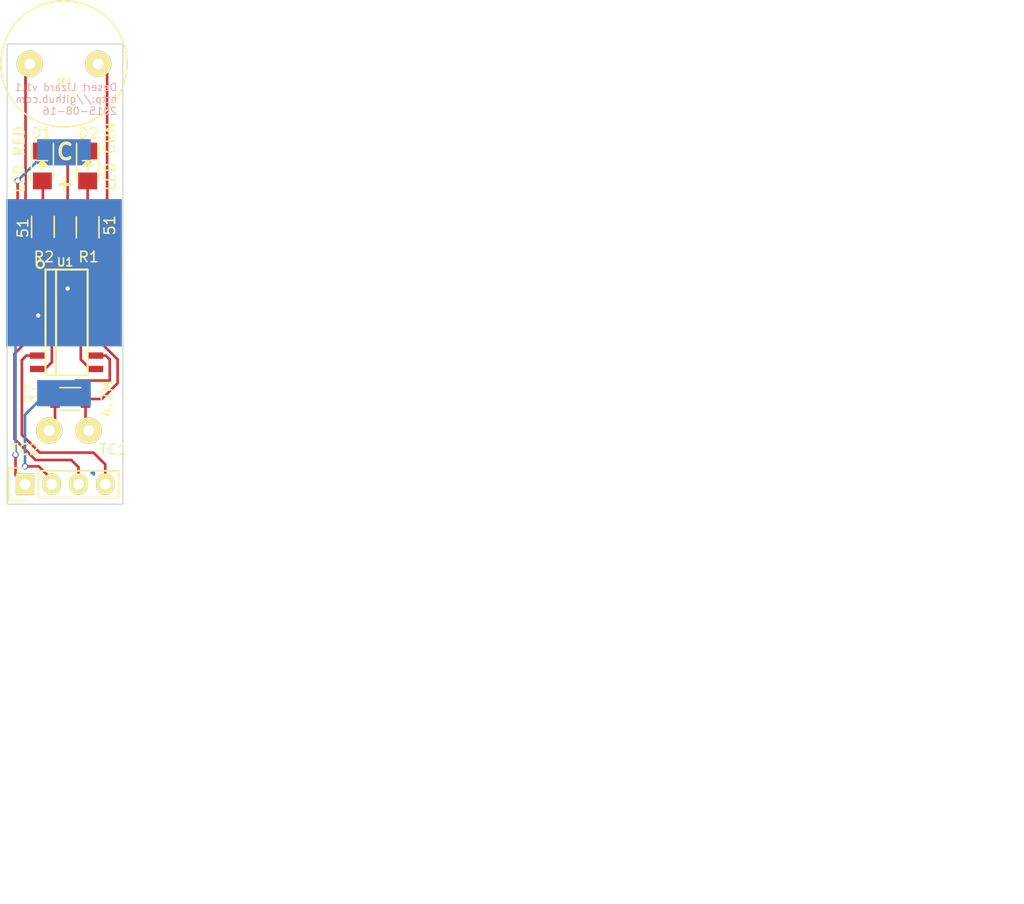
<source format=kicad_pcb>
(kicad_pcb (version 4) (host pcbnew "(2015-08-06 BZR 6058)-product")

  (general
    (links 19)
    (no_connects 1)
    (area 109.107857 95.374999 211.678576 181.3)
    (thickness 1.6)
    (drawings 10)
    (tracks 82)
    (zones 0)
    (modules 11)
    (nets 14)
  )

  (page USLetter)
  (title_block
    (title "Desert Lizard")
    (date "Sun 16 August 2015")
    (rev 1.1)
    (company "Bart Massey")
  )

  (layers
    (0 F.Cu signal)
    (31 B.Cu signal)
    (32 B.Adhes user hide)
    (33 F.Adhes user hide)
    (34 B.Paste user hide)
    (35 F.Paste user hide)
    (36 B.SilkS user)
    (37 F.SilkS user)
    (38 B.Mask user)
    (39 F.Mask user)
    (40 Dwgs.User user hide)
    (41 Cmts.User user)
    (42 Eco1.User user hide)
    (43 Eco2.User user hide)
    (44 Edge.Cuts user)
    (45 Margin user hide)
    (46 B.CrtYd user hide)
    (47 F.CrtYd user hide)
    (48 B.Fab user hide)
    (49 F.Fab user hide)
  )

  (setup
    (last_trace_width 0.25)
    (trace_clearance 0.2)
    (zone_clearance 0.508)
    (zone_45_only no)
    (trace_min 0.2)
    (segment_width 0.2)
    (edge_width 0.1)
    (via_size 0.6)
    (via_drill 0.4)
    (via_min_size 0.4)
    (via_min_drill 0.3)
    (uvia_size 0.3)
    (uvia_drill 0.1)
    (uvias_allowed no)
    (uvia_min_size 0.2)
    (uvia_min_drill 0.1)
    (pcb_text_width 0.3)
    (pcb_text_size 1.5 1.5)
    (mod_edge_width 0.15)
    (mod_text_size 1 1)
    (mod_text_width 0.15)
    (pad_size 14 11)
    (pad_drill 0)
    (pad_to_mask_clearance 0)
    (aux_axis_origin 115.5 99.75)
    (visible_elements FFFFFF7F)
    (pcbplotparams
      (layerselection 0x010f8_80000001)
      (usegerberextensions false)
      (excludeedgelayer true)
      (linewidth 0.100000)
      (plotframeref false)
      (viasonmask false)
      (mode 1)
      (useauxorigin false)
      (hpglpennumber 1)
      (hpglpenspeed 20)
      (hpglpendiameter 15)
      (hpglpenoverlay 2)
      (psnegative false)
      (psa4output false)
      (plotreference true)
      (plotvalue true)
      (plotinvisibletext false)
      (padsonsilk false)
      (subtractmaskfromsilk false)
      (outputformat 1)
      (mirror false)
      (drillshape 0)
      (scaleselection 1)
      (outputdirectory plot/))
  )

  (net 0 "")
  (net 1 VDD)
  (net 2 GND)
  (net 3 "Net-(C4-Pad1)")
  (net 4 "Net-(D1-Pad2)")
  (net 5 "Net-(D2-Pad2)")
  (net 6 "Net-(SP1-Pad2)")
  (net 7 "Net-(R1-Pad2)")
  (net 8 "Net-(R2-Pad2)")
  (net 9 "Net-(C5-Pad1)")
  (net 10 "Net-(P1-Pad4)")
  (net 11 "Net-(SP1-Pad1)")
  (net 12 "Net-(U1-Pad13)")
  (net 13 "Net-(P1-Pad3)")

  (net_class Default "This is the default net class."
    (clearance 0.2)
    (trace_width 0.25)
    (via_dia 0.6)
    (via_drill 0.4)
    (uvia_dia 0.3)
    (uvia_drill 0.1)
    (add_net GND)
    (add_net "Net-(C4-Pad1)")
    (add_net "Net-(C5-Pad1)")
    (add_net "Net-(D1-Pad2)")
    (add_net "Net-(D2-Pad2)")
    (add_net "Net-(P1-Pad3)")
    (add_net "Net-(P1-Pad4)")
    (add_net "Net-(R1-Pad2)")
    (add_net "Net-(R2-Pad2)")
    (add_net "Net-(SP1-Pad1)")
    (add_net "Net-(SP1-Pad2)")
    (add_net "Net-(U1-Pad13)")
    (add_net VDD)
  )

  (module Resistors_SMD:R_1206 (layer F.Cu) (tedit 55C3CB4B) (tstamp 55C2F053)
    (at 123.15 117.175 270)
    (descr "Resistor SMD 1206, reflow soldering, Vishay (see dcrcw.pdf)")
    (tags "resistor 1206")
    (path /5576039B)
    (attr smd)
    (fp_text reference R1 (at 2.825 -0.1 360) (layer F.SilkS)
      (effects (font (size 1 1) (thickness 0.15)))
    )
    (fp_text value 51 (at -0.175 -2.1 270) (layer F.SilkS)
      (effects (font (size 1 1) (thickness 0.15)))
    )
    (fp_line (start -2.2 -1.2) (end 2.2 -1.2) (layer F.CrtYd) (width 0.05))
    (fp_line (start -2.2 1.2) (end 2.2 1.2) (layer F.CrtYd) (width 0.05))
    (fp_line (start -2.2 -1.2) (end -2.2 1.2) (layer F.CrtYd) (width 0.05))
    (fp_line (start 2.2 -1.2) (end 2.2 1.2) (layer F.CrtYd) (width 0.05))
    (fp_line (start 1 1.075) (end -1 1.075) (layer F.SilkS) (width 0.15))
    (fp_line (start -1 -1.075) (end 1 -1.075) (layer F.SilkS) (width 0.15))
    (pad 1 smd rect (at -1.45 0 270) (size 0.9 1.7) (layers F.Cu F.Paste F.Mask)
      (net 5 "Net-(D2-Pad2)"))
    (pad 2 smd rect (at 1.45 0 270) (size 0.9 1.7) (layers F.Cu F.Paste F.Mask)
      (net 7 "Net-(R1-Pad2)"))
    (model Resistors_SMD.3dshapes/R_1206.wrl
      (at (xyz 0 0 0))
      (scale (xyz 1 1 1))
      (rotate (xyz 0 0 0))
    )
  )

  (module pui-at-1224-twt-5v-2-r:PUI-AT-1224-TWT-5V-2-R (layer F.Cu) (tedit 5594E30D) (tstamp 55C2F08A)
    (at 120.9 101.65 180)
    (path /5594E1AE)
    (fp_text reference SP1 (at 0 -1.7 180) (layer F.SilkS)
      (effects (font (size 0.5 0.5) (thickness 0.125)))
    )
    (fp_text value SPEAKER (at 0 2 180) (layer F.SilkS) hide
      (effects (font (size 1 1) (thickness 0.15)))
    )
    (fp_circle (center 0 0) (end 6 0) (layer F.SilkS) (width 0.15))
    (pad 1 thru_hole circle (at -3.25 0 180) (size 2.5 2.5) (drill 1) (layers *.Cu *.Mask F.SilkS)
      (net 11 "Net-(SP1-Pad1)"))
    (pad 2 thru_hole circle (at 3.25 0 180) (size 2.5 2.5) (drill 1) (layers *.Cu *.Mask F.SilkS)
      (net 6 "Net-(SP1-Pad2)"))
  )

  (module LEDs:LED-1206 (layer F.Cu) (tedit 55C3CB31) (tstamp 55C2F017)
    (at 118.85 111.35 270)
    (descr "LED 1206 smd package")
    (tags "LED1206 SMD")
    (path /557668D5)
    (attr smd)
    (fp_text reference D1 (at -3.15 0.1 360) (layer F.SilkS)
      (effects (font (size 1 1) (thickness 0.15)))
    )
    (fp_text value "LED RED" (at -0.625 2.2 270) (layer F.SilkS)
      (effects (font (size 1 1) (thickness 0.15)))
    )
    (fp_line (start -2.15 1.05) (end 1.45 1.05) (layer F.SilkS) (width 0.15))
    (fp_line (start -2.15 -1.05) (end 1.45 -1.05) (layer F.SilkS) (width 0.15))
    (fp_line (start -0.1 -0.3) (end -0.1 0.3) (layer F.SilkS) (width 0.15))
    (fp_line (start -0.1 0.3) (end -0.4 0) (layer F.SilkS) (width 0.15))
    (fp_line (start -0.4 0) (end -0.2 -0.2) (layer F.SilkS) (width 0.15))
    (fp_line (start -0.2 -0.2) (end -0.2 0.05) (layer F.SilkS) (width 0.15))
    (fp_line (start -0.2 0.05) (end -0.25 0) (layer F.SilkS) (width 0.15))
    (fp_line (start -0.5 -0.5) (end -0.5 0.5) (layer F.SilkS) (width 0.15))
    (fp_line (start 0 0) (end 0.5 0) (layer F.SilkS) (width 0.15))
    (fp_line (start -0.5 0) (end 0 -0.5) (layer F.SilkS) (width 0.15))
    (fp_line (start 0 -0.5) (end 0 0.5) (layer F.SilkS) (width 0.15))
    (fp_line (start 0 0.5) (end -0.5 0) (layer F.SilkS) (width 0.15))
    (fp_line (start 2.5 -1.25) (end -2.5 -1.25) (layer F.CrtYd) (width 0.05))
    (fp_line (start -2.5 -1.25) (end -2.5 1.25) (layer F.CrtYd) (width 0.05))
    (fp_line (start -2.5 1.25) (end 2.5 1.25) (layer F.CrtYd) (width 0.05))
    (fp_line (start 2.5 1.25) (end 2.5 -1.25) (layer F.CrtYd) (width 0.05))
    (pad 2 smd rect (at 1.41986 0 90) (size 1.59766 1.80086) (layers F.Cu F.Paste F.Mask)
      (net 4 "Net-(D1-Pad2)"))
    (pad 1 smd rect (at -1.41986 0 90) (size 1.59766 1.80086) (layers F.Cu F.Paste F.Mask)
      (net 2 GND))
  )

  (module LEDs:LED-1206 (layer F.Cu) (tedit 55C3CB3F) (tstamp 55C2F02D)
    (at 123.15 111.35 270)
    (descr "LED 1206 smd package")
    (tags "LED1206 SMD")
    (path /557668E4)
    (attr smd)
    (fp_text reference D2 (at -3.125 -0.075 360) (layer F.SilkS)
      (effects (font (size 1 1) (thickness 0.15)))
    )
    (fp_text value "LED GRN" (at -0.9 -2.125 270) (layer F.SilkS)
      (effects (font (size 1 1) (thickness 0.15)))
    )
    (fp_line (start -2.15 1.05) (end 1.45 1.05) (layer F.SilkS) (width 0.15))
    (fp_line (start -2.15 -1.05) (end 1.45 -1.05) (layer F.SilkS) (width 0.15))
    (fp_line (start -0.1 -0.3) (end -0.1 0.3) (layer F.SilkS) (width 0.15))
    (fp_line (start -0.1 0.3) (end -0.4 0) (layer F.SilkS) (width 0.15))
    (fp_line (start -0.4 0) (end -0.2 -0.2) (layer F.SilkS) (width 0.15))
    (fp_line (start -0.2 -0.2) (end -0.2 0.05) (layer F.SilkS) (width 0.15))
    (fp_line (start -0.2 0.05) (end -0.25 0) (layer F.SilkS) (width 0.15))
    (fp_line (start -0.5 -0.5) (end -0.5 0.5) (layer F.SilkS) (width 0.15))
    (fp_line (start 0 0) (end 0.5 0) (layer F.SilkS) (width 0.15))
    (fp_line (start -0.5 0) (end 0 -0.5) (layer F.SilkS) (width 0.15))
    (fp_line (start 0 -0.5) (end 0 0.5) (layer F.SilkS) (width 0.15))
    (fp_line (start 0 0.5) (end -0.5 0) (layer F.SilkS) (width 0.15))
    (fp_line (start 2.5 -1.25) (end -2.5 -1.25) (layer F.CrtYd) (width 0.05))
    (fp_line (start -2.5 -1.25) (end -2.5 1.25) (layer F.CrtYd) (width 0.05))
    (fp_line (start -2.5 1.25) (end 2.5 1.25) (layer F.CrtYd) (width 0.05))
    (fp_line (start 2.5 1.25) (end 2.5 -1.25) (layer F.CrtYd) (width 0.05))
    (pad 2 smd rect (at 1.41986 0 90) (size 1.59766 1.80086) (layers F.Cu F.Paste F.Mask)
      (net 5 "Net-(D2-Pad2)"))
    (pad 1 smd rect (at -1.41986 0 90) (size 1.59766 1.80086) (layers F.Cu F.Paste F.Mask)
      (net 2 GND))
  )

  (module Resistors_SMD:R_1206 (layer F.Cu) (tedit 55C3CB02) (tstamp 55C2F05F)
    (at 118.9 117.15 270)
    (descr "Resistor SMD 1206, reflow soldering, Vishay (see dcrcw.pdf)")
    (tags "resistor 1206")
    (path /557603AA)
    (attr smd)
    (fp_text reference R2 (at 2.85 -0.1 360) (layer F.SilkS)
      (effects (font (size 1 1) (thickness 0.15)))
    )
    (fp_text value 51 (at 0.1 1.9 270) (layer F.SilkS)
      (effects (font (size 1 1) (thickness 0.15)))
    )
    (fp_line (start -2.2 -1.2) (end 2.2 -1.2) (layer F.CrtYd) (width 0.05))
    (fp_line (start -2.2 1.2) (end 2.2 1.2) (layer F.CrtYd) (width 0.05))
    (fp_line (start -2.2 -1.2) (end -2.2 1.2) (layer F.CrtYd) (width 0.05))
    (fp_line (start 2.2 -1.2) (end 2.2 1.2) (layer F.CrtYd) (width 0.05))
    (fp_line (start 1 1.075) (end -1 1.075) (layer F.SilkS) (width 0.15))
    (fp_line (start -1 -1.075) (end 1 -1.075) (layer F.SilkS) (width 0.15))
    (pad 1 smd rect (at -1.45 0 270) (size 0.9 1.7) (layers F.Cu F.Paste F.Mask)
      (net 4 "Net-(D1-Pad2)"))
    (pad 2 smd rect (at 1.45 0 270) (size 0.9 1.7) (layers F.Cu F.Paste F.Mask)
      (net 8 "Net-(R2-Pad2)"))
    (model Resistors_SMD.3dshapes/R_1206.wrl
      (at (xyz 0 0 0))
      (scale (xyz 1 1 1))
      (rotate (xyz 0 0 0))
    )
  )

  (module Wire_Pads:SolderWirePad_single_1mmDrill (layer F.Cu) (tedit 55CB7F13) (tstamp 55C2EFFC)
    (at 123.25 136.5)
    (path /5576296C)
    (fp_text reference C4 (at 0 -3.81) (layer F.SilkS) hide
      (effects (font (size 1 1) (thickness 0.15)))
    )
    (fp_text value TC1 (at 2.35 1.8) (layer F.SilkS)
      (effects (font (size 1 1) (thickness 0.15)))
    )
    (pad 1 thru_hole circle (at 0 0) (size 2.49936 2.49936) (drill 1.00076) (layers *.Cu *.Mask F.SilkS)
      (net 3 "Net-(C4-Pad1)"))
  )

  (module Wire_Pads:SolderWirePad_single_1mmDrill (layer F.Cu) (tedit 55CB7F0A) (tstamp 55C2F001)
    (at 119.5 136.5)
    (path /557A5A63)
    (fp_text reference C5 (at 0 -3.81) (layer F.SilkS) hide
      (effects (font (size 1 1) (thickness 0.15)))
    )
    (fp_text value TC2 (at -2.3 1.8) (layer F.SilkS)
      (effects (font (size 1 1) (thickness 0.15)))
    )
    (pad 1 thru_hole circle (at 0 0) (size 2.49936 2.49936) (drill 1.00076) (layers *.Cu *.Mask F.SilkS)
      (net 9 "Net-(C5-Pad1)"))
  )

  (module Resistors_SMD:R_1206 (layer F.Cu) (tedit 55CB7F45) (tstamp 55C2F083)
    (at 121.5 133.5 180)
    (descr "Resistor SMD 1206, reflow soldering, Vishay (see dcrcw.pdf)")
    (tags "resistor 1206")
    (path /557A5A69)
    (attr smd)
    (fp_text reference R7 (at 3.75 0.5 270) (layer F.SilkS)
      (effects (font (size 1 1) (thickness 0.15)))
    )
    (fp_text value 4.7M (at -3.5 0 270) (layer F.SilkS)
      (effects (font (size 1 1) (thickness 0.15)))
    )
    (fp_line (start -2.2 -1.2) (end 2.2 -1.2) (layer F.CrtYd) (width 0.05))
    (fp_line (start -2.2 1.2) (end 2.2 1.2) (layer F.CrtYd) (width 0.05))
    (fp_line (start -2.2 -1.2) (end -2.2 1.2) (layer F.CrtYd) (width 0.05))
    (fp_line (start 2.2 -1.2) (end 2.2 1.2) (layer F.CrtYd) (width 0.05))
    (fp_line (start 1 1.075) (end -1 1.075) (layer F.SilkS) (width 0.15))
    (fp_line (start -1 -1.075) (end 1 -1.075) (layer F.SilkS) (width 0.15))
    (pad 1 smd rect (at -1.45 0 180) (size 0.9 1.7) (layers F.Cu F.Paste F.Mask)
      (net 3 "Net-(C4-Pad1)"))
    (pad 2 smd rect (at 1.45 0 180) (size 0.9 1.7) (layers F.Cu F.Paste F.Mask)
      (net 9 "Net-(C5-Pad1)"))
    (model Resistors_SMD.3dshapes/R_1206.wrl
      (at (xyz 0 0 0))
      (scale (xyz 1 1 1))
      (rotate (xyz 0 0 0))
    )
  )

  (module soic16:soic16 (layer F.Cu) (tedit 55C3CBB3) (tstamp 55C2F0A4)
    (at 121.15 126.2)
    (path /557A8502)
    (solder_paste_margin -0.0508)
    (attr smd)
    (fp_text reference U1 (at -0.15 -5.7) (layer F.SilkS)
      (effects (font (size 0.762 0.762) (thickness 0.1524)))
    )
    (fp_text value EFM8BB1 (at 0 0) (layer F.SilkS) hide
      (effects (font (size 0.762 0.762) (thickness 0.1524)))
    )
    (fp_line (start -1 -5) (end -1 5) (layer F.SilkS) (width 0.2032))
    (fp_circle (center -2.5 -5.5) (end -2.25 -5.25) (layer F.SilkS) (width 0.2032))
    (fp_line (start 2 -5) (end -2 -5) (layer F.SilkS) (width 0.2032))
    (fp_line (start -2 -5) (end -2 5) (layer F.SilkS) (width 0.2032))
    (fp_line (start -2 5) (end 2 5) (layer F.SilkS) (width 0.2032))
    (fp_line (start 2 5) (end 2 -5) (layer F.SilkS) (width 0.2032))
    (pad 1 smd rect (at -2.7 -4.445) (size 1.55 0.6) (layers F.Cu F.Paste F.Mask)
      (net 6 "Net-(SP1-Pad2)"))
    (pad 2 smd rect (at -2.7 -3.175) (size 1.55 0.6) (layers F.Cu F.Paste F.Mask))
    (pad 3 smd rect (at -2.7 -1.905) (size 1.55 0.6) (layers F.Cu F.Paste F.Mask))
    (pad 4 smd rect (at -2.7 -0.635) (size 1.55 0.6) (layers F.Cu F.Paste F.Mask)
      (net 2 GND))
    (pad 5 smd rect (at -2.7 0.635) (size 1.55 0.6) (layers F.Cu F.Paste F.Mask)
      (net 1 VDD))
    (pad 6 smd rect (at -2.7 1.905) (size 1.55 0.6) (layers F.Cu F.Paste F.Mask)
      (net 13 "Net-(P1-Pad3)"))
    (pad 7 smd rect (at -2.7 3.175) (size 1.55 0.6) (layers F.Cu F.Paste F.Mask)
      (net 10 "Net-(P1-Pad4)"))
    (pad 8 smd rect (at -2.7 4.445) (size 1.55 0.6) (layers F.Cu F.Paste F.Mask)
      (net 8 "Net-(R2-Pad2)"))
    (pad 9 smd rect (at 2.7 4.445) (size 1.55 0.6) (layers F.Cu F.Paste F.Mask)
      (net 7 "Net-(R1-Pad2)"))
    (pad 10 smd rect (at 2.7 3.175) (size 1.55 0.6) (layers F.Cu F.Paste F.Mask)
      (net 9 "Net-(C5-Pad1)"))
    (pad 11 smd rect (at 2.7 1.905) (size 1.55 0.6) (layers F.Cu F.Paste F.Mask)
      (net 3 "Net-(C4-Pad1)"))
    (pad 12 smd rect (at 2.7 0.635) (size 1.55 0.6) (layers F.Cu F.Paste F.Mask))
    (pad 13 smd rect (at 2.7 -0.635) (size 1.55 0.6) (layers F.Cu F.Paste F.Mask)
      (net 12 "Net-(U1-Pad13)"))
    (pad 14 smd rect (at 2.7 -1.905) (size 1.55 0.6) (layers F.Cu F.Paste F.Mask))
    (pad 15 smd rect (at 2.7 -3.175) (size 1.55 0.6) (layers F.Cu F.Paste F.Mask))
    (pad 16 smd rect (at 2.7 -4.445) (size 1.55 0.6) (layers F.Cu F.Paste F.Mask)
      (net 11 "Net-(SP1-Pad1)"))
  )

  (module linx-bat-hld-001:linx-bat-hld-001 (layer B.Cu) (tedit 55D1391C) (tstamp 55CAE87A)
    (at 120.9 121.5 90)
    (path /55778528)
    (fp_text reference BT1 (at 0 -10.16 90) (layer B.SilkS) hide
      (effects (font (size 1 1) (thickness 0.15)) (justify mirror))
    )
    (fp_text value BATTERY (at 0 10.16 90) (layer B.SilkS) hide
      (effects (font (size 1 1) (thickness 0.15)) (justify mirror))
    )
    (pad 2 smd rect (at 0 0 90) (size 14 11) (layers B.Cu B.Paste B.Mask)
      (net 2 GND))
    (pad 1 smd rect (at -11.45 0 90) (size 2.5 5.1) (layers B.Cu B.Paste B.Mask)
      (net 1 VDD))
    (pad 1 smd rect (at 11.45 0 90) (size 2.5 5.1) (layers B.Cu B.Paste B.Mask)
      (net 1 VDD))
  )

  (module Pin_Headers:Pin_Header_Straight_1x04 (layer F.Cu) (tedit 55D12E1C) (tstamp 55D12C50)
    (at 117.2 141.6 90)
    (descr "Through hole pin header")
    (tags "pin header")
    (path /55D12E43)
    (fp_text reference P1 (at 0 -5.1 90) (layer F.SilkS) hide
      (effects (font (size 1 1) (thickness 0.15)))
    )
    (fp_text value DEBUG (at 0 -3.1 90) (layer F.Fab) hide
      (effects (font (size 1 1) (thickness 0.15)))
    )
    (fp_line (start -1.75 -1.75) (end -1.75 9.4) (layer F.CrtYd) (width 0.05))
    (fp_line (start 1.75 -1.75) (end 1.75 9.4) (layer F.CrtYd) (width 0.05))
    (fp_line (start -1.75 -1.75) (end 1.75 -1.75) (layer F.CrtYd) (width 0.05))
    (fp_line (start -1.75 9.4) (end 1.75 9.4) (layer F.CrtYd) (width 0.05))
    (fp_line (start -1.27 1.27) (end -1.27 8.89) (layer F.SilkS) (width 0.15))
    (fp_line (start 1.27 1.27) (end 1.27 8.89) (layer F.SilkS) (width 0.15))
    (fp_line (start 1.55 -1.55) (end 1.55 0) (layer F.SilkS) (width 0.15))
    (fp_line (start -1.27 8.89) (end 1.27 8.89) (layer F.SilkS) (width 0.15))
    (fp_line (start 1.27 1.27) (end -1.27 1.27) (layer F.SilkS) (width 0.15))
    (fp_line (start -1.55 0) (end -1.55 -1.55) (layer F.SilkS) (width 0.15))
    (fp_line (start -1.55 -1.55) (end 1.55 -1.55) (layer F.SilkS) (width 0.15))
    (pad 1 thru_hole rect (at 0 0 90) (size 2.032 1.7272) (drill 1.016) (layers *.Cu *.Mask F.SilkS)
      (net 2 GND))
    (pad 2 thru_hole oval (at 0 2.54 90) (size 2.032 1.7272) (drill 1.016) (layers *.Cu *.Mask F.SilkS)
      (net 1 VDD))
    (pad 3 thru_hole oval (at 0 5.08 90) (size 2.032 1.7272) (drill 1.016) (layers *.Cu *.Mask F.SilkS)
      (net 13 "Net-(P1-Pad3)"))
    (pad 4 thru_hole oval (at 0 7.62 90) (size 2.032 1.7272) (drill 1.016) (layers *.Cu *.Mask F.SilkS)
      (net 10 "Net-(P1-Pad4)"))
    (model Pin_Headers.3dshapes/Pin_Header_Straight_1x04.wrl
      (at (xyz 0 -0.15 0))
      (scale (xyz 1 1 1))
      (rotate (xyz 0 0 90))
    )
  )

  (gr_line (start 115.5 143.5) (end 115.5 137.5) (angle 90) (layer Edge.Cuts) (width 0.1))
  (gr_line (start 126.5 143.5) (end 115.5 143.5) (angle 90) (layer Edge.Cuts) (width 0.1))
  (gr_line (start 126.5 137.5) (end 126.5 143.5) (angle 90) (layer Edge.Cuts) (width 0.1))
  (gr_line (start 126.5 137.5) (end 126.5 99.75) (angle 90) (layer Edge.Cuts) (width 0.1))
  (gr_line (start 115.5 99.75) (end 115.5 137.5) (angle 90) (layer Edge.Cuts) (width 0.1))
  (gr_line (start 115.5 99.75) (end 126.5 99.75) (angle 90) (layer Edge.Cuts) (width 0.1))
  (gr_text C (at 121 110) (layer F.SilkS)
    (effects (font (size 1.5 1.5) (thickness 0.3)))
  )
  (gr_text + (at 121 113) (layer F.SilkS)
    (effects (font (size 1.5 1.5) (thickness 0.3)))
  )
  (gr_text "Desert Lizard v1.1\nhttp://github.com\n2015-08-16" (at 126 105) (layer B.SilkS)
    (effects (font (size 0.7 0.7) (thickness 0.1)) (justify left mirror))
  )
  (gr_text "Copyright © 2015 Bart Massey\nhttp://github.com/DesertLizard/LizardBoard\nOpen Hardware: see repo for license terms\n" (at 160.6 177.7) (layer Cmts.User)
    (effects (font (size 1.5 1.5) (thickness 0.3)) (justify left))
  )

  (segment (start 123.735 140.685) (end 123.735 140.525) (width 0.25) (layer B.Cu) (net 0) (tstamp 55C3014A))
  (segment (start 123.735 140.525) (end 123.525 140.525) (width 0.25) (layer B.Cu) (net 0))
  (segment (start 119.74 141.6) (end 119.74 141.14) (width 0.25) (layer F.Cu) (net 1))
  (segment (start 119.74 141.14) (end 118.5 139.9) (width 0.25) (layer F.Cu) (net 1) (tstamp 55D12D71))
  (segment (start 118.5 139.9) (end 117.2 139.9) (width 0.25) (layer F.Cu) (net 1) (tstamp 55D12D83))
  (via (at 117.2 139.9) (size 0.6) (drill 0.4) (layers F.Cu B.Cu) (net 1))
  (segment (start 117.2 139.9) (end 117.2 135) (width 0.25) (layer B.Cu) (net 1) (tstamp 55D12D92))
  (segment (start 117.2 135) (end 119.25 132.95) (width 0.25) (layer B.Cu) (net 1) (tstamp 55D12D93))
  (segment (start 119.25 132.95) (end 120.9 132.95) (width 0.25) (layer B.Cu) (net 1) (tstamp 55D12D9B))
  (segment (start 119.95 133) (end 121.25 133) (width 0.25) (layer B.Cu) (net 1))
  (segment (start 118.45 126.835) (end 118.925 126.835) (width 0.25) (layer F.Cu) (net 1))
  (segment (start 119.15 110.1) (end 121.25 110.1) (width 0.25) (layer B.Cu) (net 1) (tstamp 55CB0EB8))
  (segment (start 117.335 126.835) (end 116.5 126) (width 0.25) (layer F.Cu) (net 1) (tstamp 55CB0E93))
  (segment (start 116.5 126) (end 116.5 112.75) (width 0.25) (layer F.Cu) (net 1) (tstamp 55CB0EA4))
  (via (at 116.5 112.75) (size 0.6) (layers F.Cu B.Cu) (net 1))
  (segment (start 116.5 112.75) (end 119.15 110.1) (width 0.25) (layer B.Cu) (net 1) (tstamp 55CB0EB7))
  (segment (start 118.45 126.835) (end 117.335 126.835) (width 0.25) (layer F.Cu) (net 1))
  (segment (start 117.2 141.6) (end 116.3 140.7) (width 0.25) (layer F.Cu) (net 2))
  (segment (start 116.3 138.8) (end 116.3 126.1) (width 0.25) (layer B.Cu) (net 2) (tstamp 55D133CD))
  (via (at 116.3 138.8) (size 0.6) (drill 0.4) (layers F.Cu B.Cu) (net 2))
  (segment (start 116.3 140.7) (end 116.3 138.8) (width 0.25) (layer F.Cu) (net 2) (tstamp 55D133C5))
  (segment (start 116.3 126.1) (end 120.9 121.5) (width 0.25) (layer B.Cu) (net 2) (tstamp 55D133CE))
  (segment (start 118.45 125.565) (end 121.25 122.765) (width 0.25) (layer B.Cu) (net 2) (tstamp 55CB0F4A))
  (via (at 118.45 125.565) (size 0.6) (layers F.Cu B.Cu) (net 2))
  (segment (start 121 109.93014) (end 118.85 109.93014) (width 0.25) (layer F.Cu) (net 2) (tstamp 55CB1065))
  (segment (start 123.15 109.93014) (end 121 109.93014) (width 0.25) (layer F.Cu) (net 2))
  (segment (start 121.25 110.18014) (end 121.25 123) (width 0.25) (layer F.Cu) (net 2) (tstamp 55CB1067))
  (via (at 121.25 123) (size 0.6) (layers F.Cu B.Cu) (net 2))
  (segment (start 121 109.93014) (end 121.25 110.18014) (width 0.25) (layer F.Cu) (net 2))
  (segment (start 123.85 128.105) (end 124.355 128.105) (width 0.25) (layer F.Cu) (net 3))
  (segment (start 124.355 128.105) (end 126 129.75) (width 0.25) (layer F.Cu) (net 3) (tstamp 55CB17EF))
  (segment (start 124.5 133.5) (end 122.95 133.5) (width 0.25) (layer F.Cu) (net 3) (tstamp 55CB1807))
  (segment (start 126 132) (end 124.5 133.5) (width 0.25) (layer F.Cu) (net 3) (tstamp 55CB1805))
  (segment (start 126 129.75) (end 126 132) (width 0.25) (layer F.Cu) (net 3) (tstamp 55CB17FB))
  (segment (start 123.85 128.105) (end 124.605 128.105) (width 0.25) (layer F.Cu) (net 3))
  (segment (start 122.95 136.2) (end 123 136.25) (width 0.25) (layer F.Cu) (net 3) (tstamp 55CB0E48))
  (segment (start 122.95 136.2) (end 123.25 136.5) (width 0.25) (layer F.Cu) (net 3) (tstamp 55CB12A9))
  (segment (start 122.95 133.5) (end 122.95 136.2) (width 0.25) (layer F.Cu) (net 3))
  (segment (start 118.9 115.7) (end 118.9 112.81986) (width 0.25) (layer F.Cu) (net 4))
  (segment (start 118.9 112.81986) (end 118.85 112.76986) (width 0.25) (layer F.Cu) (net 4) (tstamp 55C304DB))
  (segment (start 123.15 115.725) (end 123.15 112.76986) (width 0.25) (layer F.Cu) (net 5))
  (segment (start 117.25 103.5) (end 117.25 102.05) (width 0.25) (layer F.Cu) (net 6) (tstamp 55CB1014))
  (segment (start 117.25 120.555) (end 117.25 103.5) (width 0.25) (layer F.Cu) (net 6) (tstamp 55CB0FE1))
  (segment (start 118.45 121.755) (end 117.25 120.555) (width 0.25) (layer F.Cu) (net 6))
  (segment (start 117.25 102.05) (end 117.25 103.5) (width 0.25) (layer F.Cu) (net 6) (tstamp 55CB100F))
  (segment (start 117.65 101.65) (end 117.25 102.05) (width 0.25) (layer F.Cu) (net 6))
  (segment (start 123.15 118.65) (end 123.15 118.625) (width 0.25) (layer F.Cu) (net 7) (tstamp 55C304C3))
  (segment (start 122.5 119.275) (end 123.15 118.625) (width 0.25) (layer F.Cu) (net 7) (tstamp 55CB0F9A))
  (segment (start 122.5 129.75) (end 122.5 119.275) (width 0.25) (layer F.Cu) (net 7) (tstamp 55CB0F91))
  (segment (start 123.395 130.645) (end 122.5 129.75) (width 0.25) (layer F.Cu) (net 7) (tstamp 55CB0F90))
  (segment (start 123.85 130.645) (end 123.395 130.645) (width 0.25) (layer F.Cu) (net 7))
  (segment (start 119.75 130) (end 119.75 119.45) (width 0.25) (layer F.Cu) (net 8) (tstamp 55CB0F69))
  (segment (start 119.75 119.45) (end 118.9 118.6) (width 0.25) (layer F.Cu) (net 8) (tstamp 55CB0F77))
  (segment (start 119.105 130.645) (end 119.75 130) (width 0.25) (layer F.Cu) (net 8) (tstamp 55CB0F65))
  (segment (start 118.45 130.645) (end 119.105 130.645) (width 0.25) (layer F.Cu) (net 8))
  (segment (start 125.25 131.75) (end 122 131.75) (width 0.25) (layer F.Cu) (net 9))
  (segment (start 124.875 129.375) (end 125.25 129.75) (width 0.25) (layer F.Cu) (net 9) (tstamp 55CB1787))
  (segment (start 125.25 129.75) (end 125.25 131.75) (width 0.25) (layer F.Cu) (net 9) (tstamp 55CB1789))
  (segment (start 123.85 129.375) (end 124.875 129.375) (width 0.25) (layer F.Cu) (net 9))
  (segment (start 122 131.75) (end 120.25 133.5) (width 0.25) (layer F.Cu) (net 9) (tstamp 55CB17DC))
  (segment (start 120.25 133.5) (end 120.05 133.5) (width 0.25) (layer F.Cu) (net 9) (tstamp 55CB17E7))
  (segment (start 120.05 135.95) (end 119.75 136.25) (width 0.25) (layer F.Cu) (net 9) (tstamp 55CB0E4B))
  (segment (start 120.05 135.95) (end 119.5 136.5) (width 0.25) (layer F.Cu) (net 9) (tstamp 55CB12A0))
  (segment (start 120.05 133.5) (end 120.05 135.95) (width 0.25) (layer F.Cu) (net 9))
  (segment (start 124.82 141.6) (end 124.82 139.72) (width 0.25) (layer F.Cu) (net 10))
  (segment (start 117.325 129.375) (end 118.45 129.375) (width 0.25) (layer F.Cu) (net 10) (tstamp 55D12CFB))
  (segment (start 116.9 129.8) (end 117.325 129.375) (width 0.25) (layer F.Cu) (net 10) (tstamp 55D12CFA))
  (segment (start 116.9 136.9) (end 116.9 129.8) (width 0.25) (layer F.Cu) (net 10) (tstamp 55D12CEC))
  (segment (start 118.6 138.6) (end 116.9 136.9) (width 0.25) (layer F.Cu) (net 10) (tstamp 55D12CE4))
  (segment (start 123.7 138.6) (end 118.6 138.6) (width 0.25) (layer F.Cu) (net 10) (tstamp 55D12CE0))
  (segment (start 124.82 139.72) (end 123.7 138.6) (width 0.25) (layer F.Cu) (net 10) (tstamp 55D12CD7))
  (segment (start 124.75 102.25) (end 124.15 101.65) (width 0.25) (layer F.Cu) (net 11) (tstamp 55C5C2FA))
  (segment (start 125 102.5) (end 124.15 101.65) (width 0.25) (layer F.Cu) (net 11) (tstamp 55CB1035))
  (segment (start 125 120.605) (end 125 102.5) (width 0.25) (layer F.Cu) (net 11) (tstamp 55CB1029))
  (segment (start 123.85 121.755) (end 125 120.605) (width 0.25) (layer F.Cu) (net 11))
  (segment (start 122.28 141.6) (end 122.28 139.98) (width 0.25) (layer F.Cu) (net 13))
  (segment (start 117.295 128.105) (end 118.45 128.105) (width 0.25) (layer F.Cu) (net 13) (tstamp 55D12D1D))
  (segment (start 116.2 129.2) (end 117.295 128.105) (width 0.25) (layer F.Cu) (net 13) (tstamp 55D12D1A))
  (segment (start 116.2 137.3) (end 116.2 129.2) (width 0.25) (layer F.Cu) (net 13) (tstamp 55D12D12))
  (segment (start 118.2 139.3) (end 116.2 137.3) (width 0.25) (layer F.Cu) (net 13) (tstamp 55D12D0E))
  (segment (start 121.6 139.3) (end 118.2 139.3) (width 0.25) (layer F.Cu) (net 13) (tstamp 55D12D0B))
  (segment (start 122.28 139.98) (end 121.6 139.3) (width 0.25) (layer F.Cu) (net 13) (tstamp 55D12D03))

)

</source>
